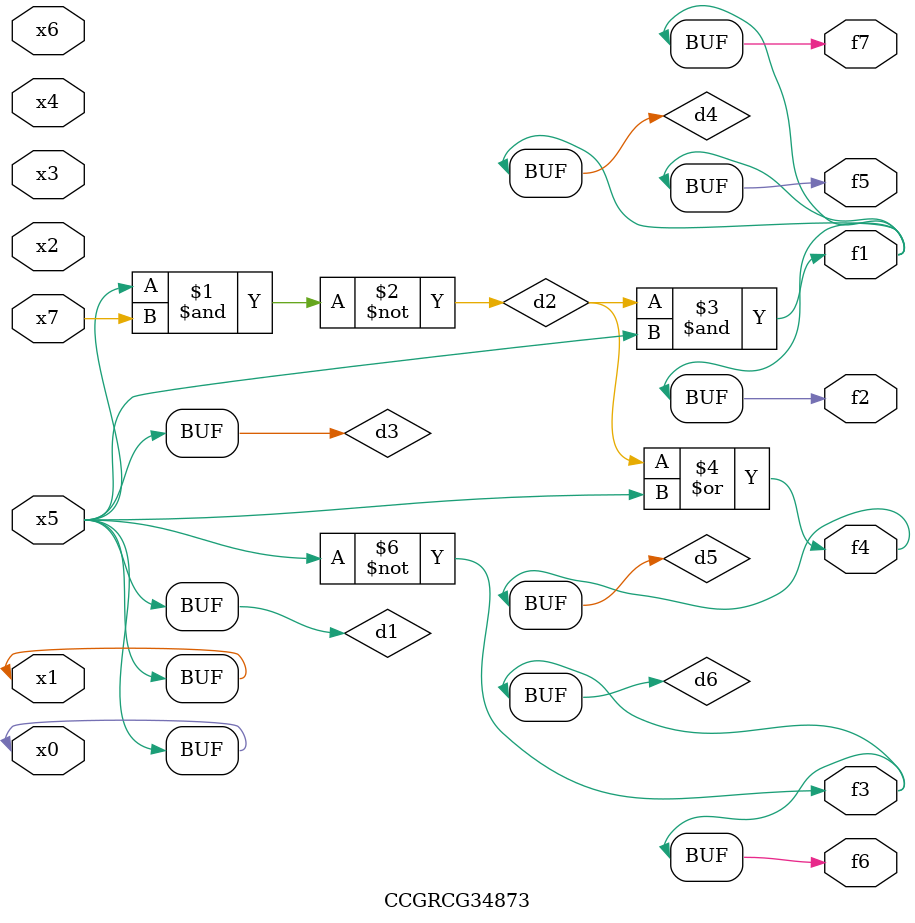
<source format=v>
module CCGRCG34873(
	input x0, x1, x2, x3, x4, x5, x6, x7,
	output f1, f2, f3, f4, f5, f6, f7
);

	wire d1, d2, d3, d4, d5, d6;

	buf (d1, x0, x5);
	nand (d2, x5, x7);
	buf (d3, x0, x1);
	and (d4, d2, d3);
	or (d5, d2, d3);
	nor (d6, d1, d3);
	assign f1 = d4;
	assign f2 = d4;
	assign f3 = d6;
	assign f4 = d5;
	assign f5 = d4;
	assign f6 = d6;
	assign f7 = d4;
endmodule

</source>
